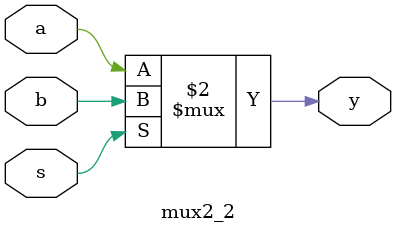
<source format=v>
module mux2_2(a, b, s, y); //模块名、模块接口名
input a, b, s; // 定义输入端口
output y; // 定义输出端口
/* s为0时，选择a输出；
s为1时，选择b输出。*/
assign y = (s == 0) ? a : b; //输出信号
endmodule 
</source>
